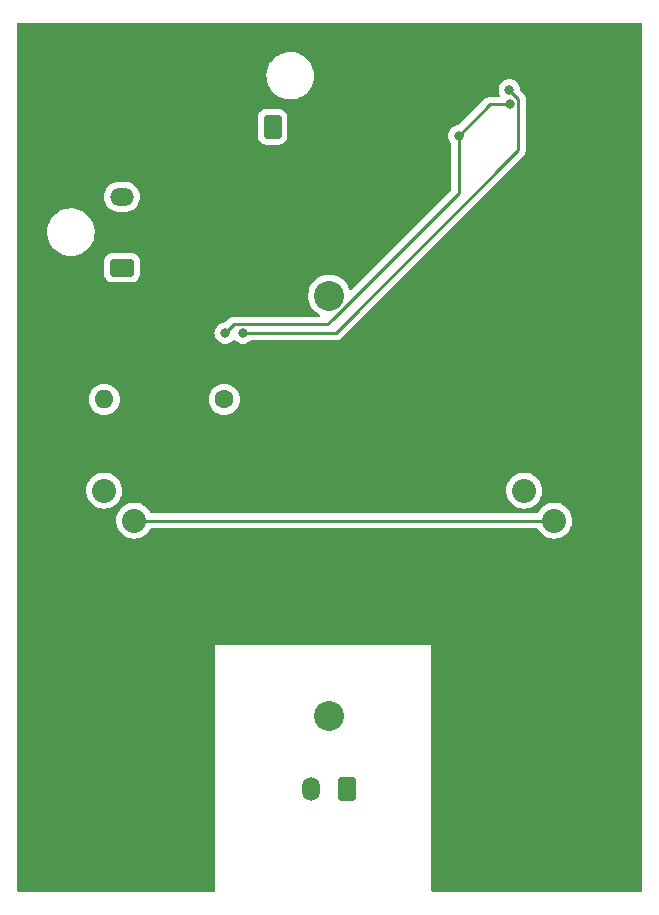
<source format=gbr>
%TF.GenerationSoftware,KiCad,Pcbnew,(6.0.11)*%
%TF.CreationDate,2023-03-01T11:44:21-05:00*%
%TF.ProjectId,DCT_HV_Widget,4443545f-4856-45f5-9769-646765742e6b,rev?*%
%TF.SameCoordinates,Original*%
%TF.FileFunction,Copper,L2,Bot*%
%TF.FilePolarity,Positive*%
%FSLAX46Y46*%
G04 Gerber Fmt 4.6, Leading zero omitted, Abs format (unit mm)*
G04 Created by KiCad (PCBNEW (6.0.11)) date 2023-03-01 11:44:21*
%MOMM*%
%LPD*%
G01*
G04 APERTURE LIST*
G04 Aperture macros list*
%AMRoundRect*
0 Rectangle with rounded corners*
0 $1 Rounding radius*
0 $2 $3 $4 $5 $6 $7 $8 $9 X,Y pos of 4 corners*
0 Add a 4 corners polygon primitive as box body*
4,1,4,$2,$3,$4,$5,$6,$7,$8,$9,$2,$3,0*
0 Add four circle primitives for the rounded corners*
1,1,$1+$1,$2,$3*
1,1,$1+$1,$4,$5*
1,1,$1+$1,$6,$7*
1,1,$1+$1,$8,$9*
0 Add four rect primitives between the rounded corners*
20,1,$1+$1,$2,$3,$4,$5,0*
20,1,$1+$1,$4,$5,$6,$7,0*
20,1,$1+$1,$6,$7,$8,$9,0*
20,1,$1+$1,$8,$9,$2,$3,0*%
G04 Aperture macros list end*
%TA.AperFunction,ComponentPad*%
%ADD10C,6.400000*%
%TD*%
%TA.AperFunction,ComponentPad*%
%ADD11C,1.600000*%
%TD*%
%TA.AperFunction,ComponentPad*%
%ADD12O,1.600000X1.600000*%
%TD*%
%TA.AperFunction,ComponentPad*%
%ADD13RoundRect,0.250001X0.499999X0.759999X-0.499999X0.759999X-0.499999X-0.759999X0.499999X-0.759999X0*%
%TD*%
%TA.AperFunction,ComponentPad*%
%ADD14O,1.500000X2.020000*%
%TD*%
%TA.AperFunction,ComponentPad*%
%ADD15RoundRect,0.250001X0.759999X-0.499999X0.759999X0.499999X-0.759999X0.499999X-0.759999X-0.499999X0*%
%TD*%
%TA.AperFunction,ComponentPad*%
%ADD16O,2.020000X1.500000*%
%TD*%
%TA.AperFunction,ComponentPad*%
%ADD17RoundRect,0.250001X-0.499999X-0.759999X0.499999X-0.759999X0.499999X0.759999X-0.499999X0.759999X0*%
%TD*%
%TA.AperFunction,ComponentPad*%
%ADD18C,2.032000*%
%TD*%
%TA.AperFunction,ComponentPad*%
%ADD19C,2.540000*%
%TD*%
%TA.AperFunction,ViaPad*%
%ADD20C,0.800000*%
%TD*%
%TA.AperFunction,Conductor*%
%ADD21C,0.250000*%
%TD*%
G04 APERTURE END LIST*
D10*
%TO.P,H2,1,1*%
%TO.N,GND*%
X182200000Y-74500000D03*
%TD*%
%TO.P,H1,1,1*%
%TO.N,GND*%
X138525000Y-74600000D03*
%TD*%
%TO.P,H3,1,1*%
%TO.N,GND*%
X138525000Y-138375000D03*
%TD*%
%TO.P,H4,1,1*%
%TO.N,GND*%
X182300000Y-138300000D03*
%TD*%
D11*
%TO.P,R5,1*%
%TO.N,Net-(Q1-Pad1)*%
X151465000Y-101800000D03*
D12*
%TO.P,R5,2*%
%TO.N,Net-(R5-Pad2)*%
X141305000Y-101800000D03*
%TD*%
D13*
%TO.P,J3,1,Pin_1*%
%TO.N,/HV_Input*%
X161825000Y-134780000D03*
D14*
%TO.P,J3,2,Pin_2*%
X158825000Y-134780000D03*
%TD*%
D15*
%TO.P,J2,1,Pin_1*%
%TO.N,/VP6*%
X142800000Y-90650000D03*
D16*
%TO.P,J2,2,Pin_2*%
%TO.N,GND*%
X142800000Y-87650000D03*
%TO.P,J2,3,Pin_3*%
%TO.N,/VM6*%
X142800000Y-84650000D03*
%TD*%
D14*
%TO.P,J1,2,Pin_2*%
%TO.N,GND*%
X158550000Y-78720000D03*
D17*
%TO.P,J1,1,Pin_1*%
%TO.N,/V_Control*%
X155550000Y-78720000D03*
%TD*%
D18*
%TO.P,U2,1*%
%TO.N,Net-(R5-Pad2)*%
X141305000Y-109530000D03*
%TO.P,U2,2*%
%TO.N,Net-(U2-Pad2)*%
X143845000Y-112070000D03*
%TO.P,U2,3*%
%TO.N,/VM6*%
X176865000Y-109530000D03*
%TO.P,U2,4*%
%TO.N,Net-(U2-Pad2)*%
X179405000Y-112070000D03*
D19*
%TO.P,U2,5*%
%TO.N,Net-(D1-Pad1)*%
X160355000Y-93020000D03*
%TO.P,U2,6*%
%TO.N,/HV_Input*%
X160355000Y-128580000D03*
%TD*%
D20*
%TO.N,Net-(C1-Pad2)*%
X175635000Y-76835000D03*
X171300000Y-79500000D03*
X151550000Y-96187500D03*
%TO.N,GND*%
X174400000Y-89400000D03*
X146975000Y-96575000D03*
X146950000Y-78575000D03*
X152300000Y-84100000D03*
X178500000Y-87800000D03*
X171542000Y-76800000D03*
%TO.N,/VP6*%
X153050000Y-96187500D03*
X175600000Y-75600000D03*
%TD*%
D21*
%TO.N,Net-(C1-Pad2)*%
X160652835Y-94977835D02*
X171300000Y-84330671D01*
X160168170Y-95462500D02*
X160652835Y-94977835D01*
X173965000Y-76835000D02*
X175635000Y-76835000D01*
X151550000Y-96187500D02*
X152275000Y-95462500D01*
X152275000Y-95462500D02*
X160168170Y-95462500D01*
X171300000Y-79500000D02*
X173965000Y-76835000D01*
X171300000Y-84330671D02*
X171300000Y-79500000D01*
X160205671Y-95425000D02*
X160652835Y-94977835D01*
%TO.N,/VP6*%
X160887500Y-96187500D02*
X176360000Y-80715000D01*
X153050000Y-96187500D02*
X160887500Y-96187500D01*
X176360000Y-76360000D02*
X175600000Y-75600000D01*
X176360000Y-80715000D02*
X176360000Y-76360000D01*
%TO.N,Net-(U2-Pad2)*%
X143845000Y-112100000D02*
X179405000Y-112100000D01*
%TD*%
%TA.AperFunction,Conductor*%
%TO.N,GND*%
G36*
X186808621Y-69928502D02*
G01*
X186855114Y-69982158D01*
X186866500Y-70034500D01*
X186866500Y-143365500D01*
X186846498Y-143433621D01*
X186792842Y-143480114D01*
X186740500Y-143491500D01*
X169126000Y-143491500D01*
X169057879Y-143471498D01*
X169011386Y-143417842D01*
X169000000Y-143365500D01*
X169000000Y-122600000D01*
X150700000Y-122600000D01*
X150700000Y-143365500D01*
X150679998Y-143433621D01*
X150626342Y-143480114D01*
X150574000Y-143491500D01*
X134059500Y-143491500D01*
X133991379Y-143471498D01*
X133944886Y-143417842D01*
X133933500Y-143365500D01*
X133933500Y-112070000D01*
X142315786Y-112070000D01*
X142334613Y-112309222D01*
X142335767Y-112314029D01*
X142335768Y-112314035D01*
X142371043Y-112460963D01*
X142390631Y-112542553D01*
X142482460Y-112764249D01*
X142607840Y-112968849D01*
X142763682Y-113151318D01*
X142946151Y-113307160D01*
X143150751Y-113432540D01*
X143155321Y-113434433D01*
X143155323Y-113434434D01*
X143367874Y-113522475D01*
X143372447Y-113524369D01*
X143454037Y-113543957D01*
X143600965Y-113579232D01*
X143600971Y-113579233D01*
X143605778Y-113580387D01*
X143845000Y-113599214D01*
X144084222Y-113580387D01*
X144089029Y-113579233D01*
X144089035Y-113579232D01*
X144235963Y-113543957D01*
X144317553Y-113524369D01*
X144322126Y-113522475D01*
X144534677Y-113434434D01*
X144534679Y-113434433D01*
X144539249Y-113432540D01*
X144743849Y-113307160D01*
X144926318Y-113151318D01*
X145082160Y-112968849D01*
X145189514Y-112793665D01*
X145242161Y-112746033D01*
X145296946Y-112733500D01*
X177953054Y-112733500D01*
X178021175Y-112753502D01*
X178060486Y-112793665D01*
X178167840Y-112968849D01*
X178323682Y-113151318D01*
X178506151Y-113307160D01*
X178710751Y-113432540D01*
X178715321Y-113434433D01*
X178715323Y-113434434D01*
X178927874Y-113522475D01*
X178932447Y-113524369D01*
X179014037Y-113543957D01*
X179160965Y-113579232D01*
X179160971Y-113579233D01*
X179165778Y-113580387D01*
X179405000Y-113599214D01*
X179644222Y-113580387D01*
X179649029Y-113579233D01*
X179649035Y-113579232D01*
X179795963Y-113543957D01*
X179877553Y-113524369D01*
X179882126Y-113522475D01*
X180094677Y-113434434D01*
X180094679Y-113434433D01*
X180099249Y-113432540D01*
X180303849Y-113307160D01*
X180486318Y-113151318D01*
X180642160Y-112968849D01*
X180767540Y-112764249D01*
X180859369Y-112542553D01*
X180878957Y-112460963D01*
X180914232Y-112314035D01*
X180914233Y-112314029D01*
X180915387Y-112309222D01*
X180934214Y-112070000D01*
X180915387Y-111830778D01*
X180914233Y-111825971D01*
X180914232Y-111825965D01*
X180860524Y-111602259D01*
X180859369Y-111597447D01*
X180772911Y-111388717D01*
X180769434Y-111380323D01*
X180769433Y-111380321D01*
X180767540Y-111375751D01*
X180642160Y-111171151D01*
X180486318Y-110988682D01*
X180303849Y-110832840D01*
X180099249Y-110707460D01*
X180094679Y-110705567D01*
X180094677Y-110705566D01*
X179882126Y-110617525D01*
X179882124Y-110617524D01*
X179877553Y-110615631D01*
X179795963Y-110596043D01*
X179649035Y-110560768D01*
X179649029Y-110560767D01*
X179644222Y-110559613D01*
X179405000Y-110540786D01*
X179165778Y-110559613D01*
X179160971Y-110560767D01*
X179160965Y-110560768D01*
X179014037Y-110596043D01*
X178932447Y-110615631D01*
X178927876Y-110617524D01*
X178927874Y-110617525D01*
X178715323Y-110705566D01*
X178715321Y-110705567D01*
X178710751Y-110707460D01*
X178506151Y-110832840D01*
X178323682Y-110988682D01*
X178167840Y-111171151D01*
X178042460Y-111375751D01*
X178040567Y-111380321D01*
X178040564Y-111380327D01*
X178037089Y-111388717D01*
X177992541Y-111443999D01*
X177920680Y-111466500D01*
X145329320Y-111466500D01*
X145261199Y-111446498D01*
X145212911Y-111388717D01*
X145209436Y-111380327D01*
X145209433Y-111380321D01*
X145207540Y-111375751D01*
X145082160Y-111171151D01*
X144926318Y-110988682D01*
X144743849Y-110832840D01*
X144539249Y-110707460D01*
X144534679Y-110705567D01*
X144534677Y-110705566D01*
X144322126Y-110617525D01*
X144322124Y-110617524D01*
X144317553Y-110615631D01*
X144235963Y-110596043D01*
X144089035Y-110560768D01*
X144089029Y-110560767D01*
X144084222Y-110559613D01*
X143845000Y-110540786D01*
X143605778Y-110559613D01*
X143600971Y-110560767D01*
X143600965Y-110560768D01*
X143454037Y-110596043D01*
X143372447Y-110615631D01*
X143367876Y-110617524D01*
X143367874Y-110617525D01*
X143155323Y-110705566D01*
X143155321Y-110705567D01*
X143150751Y-110707460D01*
X142946151Y-110832840D01*
X142763682Y-110988682D01*
X142607840Y-111171151D01*
X142482460Y-111375751D01*
X142480567Y-111380321D01*
X142480566Y-111380323D01*
X142477089Y-111388717D01*
X142390631Y-111597447D01*
X142389476Y-111602259D01*
X142335768Y-111825965D01*
X142335767Y-111825971D01*
X142334613Y-111830778D01*
X142315786Y-112070000D01*
X133933500Y-112070000D01*
X133933500Y-109530000D01*
X139775786Y-109530000D01*
X139794613Y-109769222D01*
X139795767Y-109774029D01*
X139795768Y-109774035D01*
X139831043Y-109920963D01*
X139850631Y-110002553D01*
X139942460Y-110224249D01*
X140067840Y-110428849D01*
X140223682Y-110611318D01*
X140406151Y-110767160D01*
X140610751Y-110892540D01*
X140615321Y-110894433D01*
X140615323Y-110894434D01*
X140827874Y-110982475D01*
X140832447Y-110984369D01*
X140866082Y-110992444D01*
X141060965Y-111039232D01*
X141060971Y-111039233D01*
X141065778Y-111040387D01*
X141305000Y-111059214D01*
X141544222Y-111040387D01*
X141549029Y-111039233D01*
X141549035Y-111039232D01*
X141743918Y-110992444D01*
X141777553Y-110984369D01*
X141782126Y-110982475D01*
X141994677Y-110894434D01*
X141994679Y-110894433D01*
X141999249Y-110892540D01*
X142203849Y-110767160D01*
X142386318Y-110611318D01*
X142542160Y-110428849D01*
X142667540Y-110224249D01*
X142759369Y-110002553D01*
X142778957Y-109920963D01*
X142814232Y-109774035D01*
X142814233Y-109774029D01*
X142815387Y-109769222D01*
X142834214Y-109530000D01*
X175335786Y-109530000D01*
X175354613Y-109769222D01*
X175355767Y-109774029D01*
X175355768Y-109774035D01*
X175391043Y-109920963D01*
X175410631Y-110002553D01*
X175502460Y-110224249D01*
X175627840Y-110428849D01*
X175783682Y-110611318D01*
X175966151Y-110767160D01*
X176170751Y-110892540D01*
X176175321Y-110894433D01*
X176175323Y-110894434D01*
X176387874Y-110982475D01*
X176392447Y-110984369D01*
X176426082Y-110992444D01*
X176620965Y-111039232D01*
X176620971Y-111039233D01*
X176625778Y-111040387D01*
X176865000Y-111059214D01*
X177104222Y-111040387D01*
X177109029Y-111039233D01*
X177109035Y-111039232D01*
X177303918Y-110992444D01*
X177337553Y-110984369D01*
X177342126Y-110982475D01*
X177554677Y-110894434D01*
X177554679Y-110894433D01*
X177559249Y-110892540D01*
X177763849Y-110767160D01*
X177946318Y-110611318D01*
X178102160Y-110428849D01*
X178227540Y-110224249D01*
X178319369Y-110002553D01*
X178338957Y-109920963D01*
X178374232Y-109774035D01*
X178374233Y-109774029D01*
X178375387Y-109769222D01*
X178394214Y-109530000D01*
X178375387Y-109290778D01*
X178374233Y-109285971D01*
X178374232Y-109285965D01*
X178320524Y-109062259D01*
X178319369Y-109057447D01*
X178227540Y-108835751D01*
X178102160Y-108631151D01*
X177946318Y-108448682D01*
X177763849Y-108292840D01*
X177559249Y-108167460D01*
X177554679Y-108165567D01*
X177554677Y-108165566D01*
X177342126Y-108077525D01*
X177342124Y-108077524D01*
X177337553Y-108075631D01*
X177255963Y-108056043D01*
X177109035Y-108020768D01*
X177109029Y-108020767D01*
X177104222Y-108019613D01*
X176865000Y-108000786D01*
X176625778Y-108019613D01*
X176620971Y-108020767D01*
X176620965Y-108020768D01*
X176474037Y-108056043D01*
X176392447Y-108075631D01*
X176387876Y-108077524D01*
X176387874Y-108077525D01*
X176175323Y-108165566D01*
X176175321Y-108165567D01*
X176170751Y-108167460D01*
X175966151Y-108292840D01*
X175783682Y-108448682D01*
X175627840Y-108631151D01*
X175502460Y-108835751D01*
X175410631Y-109057447D01*
X175409476Y-109062259D01*
X175355768Y-109285965D01*
X175355767Y-109285971D01*
X175354613Y-109290778D01*
X175335786Y-109530000D01*
X142834214Y-109530000D01*
X142815387Y-109290778D01*
X142814233Y-109285971D01*
X142814232Y-109285965D01*
X142760524Y-109062259D01*
X142759369Y-109057447D01*
X142667540Y-108835751D01*
X142542160Y-108631151D01*
X142386318Y-108448682D01*
X142203849Y-108292840D01*
X141999249Y-108167460D01*
X141994679Y-108165567D01*
X141994677Y-108165566D01*
X141782126Y-108077525D01*
X141782124Y-108077524D01*
X141777553Y-108075631D01*
X141695963Y-108056043D01*
X141549035Y-108020768D01*
X141549029Y-108020767D01*
X141544222Y-108019613D01*
X141305000Y-108000786D01*
X141065778Y-108019613D01*
X141060971Y-108020767D01*
X141060965Y-108020768D01*
X140914037Y-108056043D01*
X140832447Y-108075631D01*
X140827876Y-108077524D01*
X140827874Y-108077525D01*
X140615323Y-108165566D01*
X140615321Y-108165567D01*
X140610751Y-108167460D01*
X140406151Y-108292840D01*
X140223682Y-108448682D01*
X140067840Y-108631151D01*
X139942460Y-108835751D01*
X139850631Y-109057447D01*
X139849476Y-109062259D01*
X139795768Y-109285965D01*
X139795767Y-109285971D01*
X139794613Y-109290778D01*
X139775786Y-109530000D01*
X133933500Y-109530000D01*
X133933500Y-101800000D01*
X139991502Y-101800000D01*
X140011457Y-102028087D01*
X140070716Y-102249243D01*
X140073039Y-102254224D01*
X140073039Y-102254225D01*
X140165151Y-102451762D01*
X140165154Y-102451767D01*
X140167477Y-102456749D01*
X140298802Y-102644300D01*
X140460700Y-102806198D01*
X140465208Y-102809355D01*
X140465211Y-102809357D01*
X140543389Y-102864098D01*
X140648251Y-102937523D01*
X140653233Y-102939846D01*
X140653238Y-102939849D01*
X140850775Y-103031961D01*
X140855757Y-103034284D01*
X140861065Y-103035706D01*
X140861067Y-103035707D01*
X141071598Y-103092119D01*
X141071600Y-103092119D01*
X141076913Y-103093543D01*
X141305000Y-103113498D01*
X141533087Y-103093543D01*
X141538400Y-103092119D01*
X141538402Y-103092119D01*
X141748933Y-103035707D01*
X141748935Y-103035706D01*
X141754243Y-103034284D01*
X141759225Y-103031961D01*
X141956762Y-102939849D01*
X141956767Y-102939846D01*
X141961749Y-102937523D01*
X142066611Y-102864098D01*
X142144789Y-102809357D01*
X142144792Y-102809355D01*
X142149300Y-102806198D01*
X142311198Y-102644300D01*
X142442523Y-102456749D01*
X142444846Y-102451767D01*
X142444849Y-102451762D01*
X142536961Y-102254225D01*
X142536961Y-102254224D01*
X142539284Y-102249243D01*
X142598543Y-102028087D01*
X142618498Y-101800000D01*
X150151502Y-101800000D01*
X150171457Y-102028087D01*
X150230716Y-102249243D01*
X150233039Y-102254224D01*
X150233039Y-102254225D01*
X150325151Y-102451762D01*
X150325154Y-102451767D01*
X150327477Y-102456749D01*
X150458802Y-102644300D01*
X150620700Y-102806198D01*
X150625208Y-102809355D01*
X150625211Y-102809357D01*
X150703389Y-102864098D01*
X150808251Y-102937523D01*
X150813233Y-102939846D01*
X150813238Y-102939849D01*
X151010775Y-103031961D01*
X151015757Y-103034284D01*
X151021065Y-103035706D01*
X151021067Y-103035707D01*
X151231598Y-103092119D01*
X151231600Y-103092119D01*
X151236913Y-103093543D01*
X151465000Y-103113498D01*
X151693087Y-103093543D01*
X151698400Y-103092119D01*
X151698402Y-103092119D01*
X151908933Y-103035707D01*
X151908935Y-103035706D01*
X151914243Y-103034284D01*
X151919225Y-103031961D01*
X152116762Y-102939849D01*
X152116767Y-102939846D01*
X152121749Y-102937523D01*
X152226611Y-102864098D01*
X152304789Y-102809357D01*
X152304792Y-102809355D01*
X152309300Y-102806198D01*
X152471198Y-102644300D01*
X152602523Y-102456749D01*
X152604846Y-102451767D01*
X152604849Y-102451762D01*
X152696961Y-102254225D01*
X152696961Y-102254224D01*
X152699284Y-102249243D01*
X152758543Y-102028087D01*
X152778498Y-101800000D01*
X152758543Y-101571913D01*
X152699284Y-101350757D01*
X152696961Y-101345775D01*
X152604849Y-101148238D01*
X152604846Y-101148233D01*
X152602523Y-101143251D01*
X152471198Y-100955700D01*
X152309300Y-100793802D01*
X152304792Y-100790645D01*
X152304789Y-100790643D01*
X152226611Y-100735902D01*
X152121749Y-100662477D01*
X152116767Y-100660154D01*
X152116762Y-100660151D01*
X151919225Y-100568039D01*
X151919224Y-100568039D01*
X151914243Y-100565716D01*
X151908935Y-100564294D01*
X151908933Y-100564293D01*
X151698402Y-100507881D01*
X151698400Y-100507881D01*
X151693087Y-100506457D01*
X151465000Y-100486502D01*
X151236913Y-100506457D01*
X151231600Y-100507881D01*
X151231598Y-100507881D01*
X151021067Y-100564293D01*
X151021065Y-100564294D01*
X151015757Y-100565716D01*
X151010776Y-100568039D01*
X151010775Y-100568039D01*
X150813238Y-100660151D01*
X150813233Y-100660154D01*
X150808251Y-100662477D01*
X150703389Y-100735902D01*
X150625211Y-100790643D01*
X150625208Y-100790645D01*
X150620700Y-100793802D01*
X150458802Y-100955700D01*
X150327477Y-101143251D01*
X150325154Y-101148233D01*
X150325151Y-101148238D01*
X150233039Y-101345775D01*
X150230716Y-101350757D01*
X150171457Y-101571913D01*
X150151502Y-101800000D01*
X142618498Y-101800000D01*
X142598543Y-101571913D01*
X142539284Y-101350757D01*
X142536961Y-101345775D01*
X142444849Y-101148238D01*
X142444846Y-101148233D01*
X142442523Y-101143251D01*
X142311198Y-100955700D01*
X142149300Y-100793802D01*
X142144792Y-100790645D01*
X142144789Y-100790643D01*
X142066611Y-100735902D01*
X141961749Y-100662477D01*
X141956767Y-100660154D01*
X141956762Y-100660151D01*
X141759225Y-100568039D01*
X141759224Y-100568039D01*
X141754243Y-100565716D01*
X141748935Y-100564294D01*
X141748933Y-100564293D01*
X141538402Y-100507881D01*
X141538400Y-100507881D01*
X141533087Y-100506457D01*
X141305000Y-100486502D01*
X141076913Y-100506457D01*
X141071600Y-100507881D01*
X141071598Y-100507881D01*
X140861067Y-100564293D01*
X140861065Y-100564294D01*
X140855757Y-100565716D01*
X140850776Y-100568039D01*
X140850775Y-100568039D01*
X140653238Y-100660151D01*
X140653233Y-100660154D01*
X140648251Y-100662477D01*
X140543389Y-100735902D01*
X140465211Y-100790643D01*
X140465208Y-100790645D01*
X140460700Y-100793802D01*
X140298802Y-100955700D01*
X140167477Y-101143251D01*
X140165154Y-101148233D01*
X140165151Y-101148238D01*
X140073039Y-101345775D01*
X140070716Y-101350757D01*
X140011457Y-101571913D01*
X139991502Y-101800000D01*
X133933500Y-101800000D01*
X133933500Y-96187500D01*
X150636496Y-96187500D01*
X150656458Y-96377428D01*
X150715473Y-96559056D01*
X150810960Y-96724444D01*
X150815378Y-96729351D01*
X150815379Y-96729352D01*
X150897452Y-96820503D01*
X150938747Y-96866366D01*
X151093248Y-96978618D01*
X151099276Y-96981302D01*
X151099278Y-96981303D01*
X151261681Y-97053609D01*
X151267712Y-97056294D01*
X151361112Y-97076147D01*
X151448056Y-97094628D01*
X151448061Y-97094628D01*
X151454513Y-97096000D01*
X151645487Y-97096000D01*
X151651939Y-97094628D01*
X151651944Y-97094628D01*
X151738888Y-97076147D01*
X151832288Y-97056294D01*
X151838319Y-97053609D01*
X152000722Y-96981303D01*
X152000724Y-96981302D01*
X152006752Y-96978618D01*
X152161253Y-96866366D01*
X152206364Y-96816265D01*
X152266810Y-96779025D01*
X152337793Y-96780377D01*
X152393636Y-96816265D01*
X152438747Y-96866366D01*
X152593248Y-96978618D01*
X152599276Y-96981302D01*
X152599278Y-96981303D01*
X152761681Y-97053609D01*
X152767712Y-97056294D01*
X152861112Y-97076147D01*
X152948056Y-97094628D01*
X152948061Y-97094628D01*
X152954513Y-97096000D01*
X153145487Y-97096000D01*
X153151939Y-97094628D01*
X153151944Y-97094628D01*
X153238888Y-97076147D01*
X153332288Y-97056294D01*
X153338319Y-97053609D01*
X153500722Y-96981303D01*
X153500724Y-96981302D01*
X153506752Y-96978618D01*
X153661253Y-96866366D01*
X153665668Y-96861463D01*
X153670580Y-96857040D01*
X153671705Y-96858289D01*
X153725014Y-96825449D01*
X153758200Y-96821000D01*
X160808733Y-96821000D01*
X160819916Y-96821527D01*
X160827409Y-96823202D01*
X160835335Y-96822953D01*
X160835336Y-96822953D01*
X160895486Y-96821062D01*
X160899445Y-96821000D01*
X160927356Y-96821000D01*
X160931291Y-96820503D01*
X160931356Y-96820495D01*
X160943193Y-96819562D01*
X160975451Y-96818548D01*
X160979470Y-96818422D01*
X160987389Y-96818173D01*
X161006843Y-96812521D01*
X161026200Y-96808513D01*
X161038430Y-96806968D01*
X161038431Y-96806968D01*
X161046297Y-96805974D01*
X161053668Y-96803055D01*
X161053670Y-96803055D01*
X161087412Y-96789696D01*
X161098642Y-96785851D01*
X161133483Y-96775729D01*
X161133484Y-96775729D01*
X161141093Y-96773518D01*
X161147912Y-96769485D01*
X161147917Y-96769483D01*
X161158528Y-96763207D01*
X161176276Y-96754512D01*
X161195117Y-96747052D01*
X161230887Y-96721064D01*
X161240807Y-96714548D01*
X161272035Y-96696080D01*
X161272038Y-96696078D01*
X161278862Y-96692042D01*
X161293183Y-96677721D01*
X161308217Y-96664880D01*
X161318194Y-96657631D01*
X161324607Y-96652972D01*
X161352798Y-96618895D01*
X161360788Y-96610116D01*
X176752247Y-81218657D01*
X176760537Y-81211113D01*
X176767018Y-81207000D01*
X176813659Y-81157332D01*
X176816413Y-81154491D01*
X176836134Y-81134770D01*
X176838612Y-81131575D01*
X176846318Y-81122553D01*
X176871158Y-81096101D01*
X176876586Y-81090321D01*
X176886346Y-81072568D01*
X176897199Y-81056045D01*
X176904753Y-81046306D01*
X176909613Y-81040041D01*
X176927176Y-80999457D01*
X176932383Y-80988827D01*
X176953695Y-80950060D01*
X176955666Y-80942383D01*
X176955668Y-80942378D01*
X176958732Y-80930442D01*
X176965138Y-80911730D01*
X176970034Y-80900417D01*
X176973181Y-80893145D01*
X176980097Y-80849481D01*
X176982504Y-80837860D01*
X176991528Y-80802711D01*
X176991528Y-80802710D01*
X176993500Y-80795030D01*
X176993500Y-80774769D01*
X176995051Y-80755058D01*
X176996979Y-80742885D01*
X176998219Y-80735057D01*
X176994059Y-80691046D01*
X176993500Y-80679189D01*
X176993500Y-76438767D01*
X176994027Y-76427584D01*
X176995702Y-76420091D01*
X176995328Y-76408173D01*
X176993562Y-76352014D01*
X176993500Y-76348055D01*
X176993500Y-76320144D01*
X176992995Y-76316144D01*
X176992062Y-76304301D01*
X176990922Y-76268029D01*
X176990673Y-76260110D01*
X176985022Y-76240658D01*
X176981014Y-76221306D01*
X176979467Y-76209063D01*
X176978474Y-76201203D01*
X176968260Y-76175404D01*
X176962200Y-76160097D01*
X176958355Y-76148870D01*
X176954890Y-76136944D01*
X176946018Y-76106407D01*
X176941984Y-76099585D01*
X176941981Y-76099579D01*
X176935706Y-76088968D01*
X176927010Y-76071218D01*
X176922472Y-76059756D01*
X176922469Y-76059751D01*
X176919552Y-76052383D01*
X176893573Y-76016625D01*
X176887057Y-76006707D01*
X176868575Y-75975457D01*
X176864542Y-75968637D01*
X176850218Y-75954313D01*
X176837376Y-75939278D01*
X176825472Y-75922893D01*
X176791406Y-75894711D01*
X176782627Y-75886722D01*
X176547122Y-75651217D01*
X176513096Y-75588905D01*
X176510907Y-75575292D01*
X176494232Y-75416635D01*
X176494232Y-75416633D01*
X176493542Y-75410072D01*
X176434527Y-75228444D01*
X176339040Y-75063056D01*
X176211253Y-74921134D01*
X176056752Y-74808882D01*
X176050724Y-74806198D01*
X176050722Y-74806197D01*
X175888319Y-74733891D01*
X175888318Y-74733891D01*
X175882288Y-74731206D01*
X175788887Y-74711353D01*
X175701944Y-74692872D01*
X175701939Y-74692872D01*
X175695487Y-74691500D01*
X175504513Y-74691500D01*
X175498061Y-74692872D01*
X175498056Y-74692872D01*
X175411113Y-74711353D01*
X175317712Y-74731206D01*
X175311682Y-74733891D01*
X175311681Y-74733891D01*
X175149278Y-74806197D01*
X175149276Y-74806198D01*
X175143248Y-74808882D01*
X174988747Y-74921134D01*
X174860960Y-75063056D01*
X174765473Y-75228444D01*
X174706458Y-75410072D01*
X174705768Y-75416633D01*
X174705768Y-75416635D01*
X174694286Y-75525882D01*
X174686496Y-75600000D01*
X174687186Y-75606565D01*
X174702292Y-75750287D01*
X174706458Y-75789928D01*
X174765473Y-75971556D01*
X174768776Y-75977278D01*
X174768777Y-75977279D01*
X174789112Y-76012500D01*
X174805850Y-76081495D01*
X174782630Y-76148587D01*
X174726822Y-76192474D01*
X174679993Y-76201500D01*
X174043767Y-76201500D01*
X174032584Y-76200973D01*
X174025091Y-76199298D01*
X174017165Y-76199547D01*
X174017164Y-76199547D01*
X173957014Y-76201438D01*
X173953055Y-76201500D01*
X173925144Y-76201500D01*
X173921210Y-76201997D01*
X173921209Y-76201997D01*
X173921144Y-76202005D01*
X173909307Y-76202938D01*
X173877490Y-76203938D01*
X173873029Y-76204078D01*
X173865110Y-76204327D01*
X173848808Y-76209063D01*
X173845658Y-76209978D01*
X173826306Y-76213986D01*
X173819235Y-76214880D01*
X173806203Y-76216526D01*
X173798834Y-76219443D01*
X173798832Y-76219444D01*
X173765097Y-76232800D01*
X173753869Y-76236645D01*
X173711407Y-76248982D01*
X173704584Y-76253017D01*
X173704582Y-76253018D01*
X173693972Y-76259293D01*
X173676224Y-76267988D01*
X173657383Y-76275448D01*
X173650967Y-76280110D01*
X173650966Y-76280110D01*
X173621613Y-76301436D01*
X173611693Y-76307952D01*
X173580465Y-76326420D01*
X173580462Y-76326422D01*
X173573638Y-76330458D01*
X173559317Y-76344779D01*
X173544284Y-76357619D01*
X173527893Y-76369528D01*
X173522842Y-76375634D01*
X173499702Y-76403605D01*
X173491712Y-76412384D01*
X171349500Y-78554595D01*
X171287188Y-78588621D01*
X171260405Y-78591500D01*
X171204513Y-78591500D01*
X171198061Y-78592872D01*
X171198056Y-78592872D01*
X171111113Y-78611353D01*
X171017712Y-78631206D01*
X171011682Y-78633891D01*
X171011681Y-78633891D01*
X170849278Y-78706197D01*
X170849276Y-78706198D01*
X170843248Y-78708882D01*
X170688747Y-78821134D01*
X170560960Y-78963056D01*
X170465473Y-79128444D01*
X170406458Y-79310072D01*
X170386496Y-79500000D01*
X170387186Y-79506565D01*
X170401495Y-79642703D01*
X170406458Y-79689928D01*
X170465473Y-79871556D01*
X170560960Y-80036944D01*
X170634137Y-80118215D01*
X170664853Y-80182221D01*
X170666500Y-80202524D01*
X170666500Y-84016076D01*
X170646498Y-84084197D01*
X170629595Y-84105171D01*
X162246279Y-92488486D01*
X162183967Y-92522512D01*
X162113152Y-92517447D01*
X162056316Y-92474900D01*
X162039753Y-92445062D01*
X161964749Y-92252189D01*
X161938535Y-92206323D01*
X161835897Y-92026745D01*
X161833578Y-92022687D01*
X161669925Y-91815094D01*
X161477385Y-91633970D01*
X161470972Y-91629521D01*
X161264026Y-91485958D01*
X161264021Y-91485955D01*
X161260188Y-91483296D01*
X161255997Y-91481229D01*
X161027294Y-91368445D01*
X161027291Y-91368444D01*
X161023106Y-91366380D01*
X160966150Y-91348148D01*
X160775792Y-91287214D01*
X160775794Y-91287214D01*
X160771347Y-91285791D01*
X160628825Y-91262580D01*
X160515053Y-91244051D01*
X160515052Y-91244051D01*
X160510441Y-91243300D01*
X160378281Y-91241570D01*
X160250798Y-91239901D01*
X160250795Y-91239901D01*
X160246121Y-91239840D01*
X159984192Y-91275486D01*
X159979702Y-91276795D01*
X159979696Y-91276796D01*
X159871732Y-91308265D01*
X159730410Y-91349457D01*
X159726163Y-91351415D01*
X159726160Y-91351416D01*
X159635950Y-91393004D01*
X159490348Y-91460127D01*
X159486439Y-91462690D01*
X159273195Y-91602499D01*
X159273190Y-91602503D01*
X159269282Y-91605065D01*
X159239884Y-91631304D01*
X159107675Y-91749305D01*
X159072067Y-91781086D01*
X158903036Y-91984324D01*
X158765901Y-92210314D01*
X158764095Y-92214622D01*
X158764094Y-92214623D01*
X158667465Y-92445058D01*
X158663677Y-92454091D01*
X158662526Y-92458623D01*
X158662525Y-92458626D01*
X158646300Y-92522512D01*
X158598608Y-92710301D01*
X158572124Y-92973314D01*
X158584807Y-93237352D01*
X158636378Y-93496616D01*
X158637957Y-93501014D01*
X158637959Y-93501021D01*
X158724121Y-93741001D01*
X158725704Y-93745410D01*
X158850822Y-93978267D01*
X159008985Y-94190073D01*
X159012292Y-94193351D01*
X159012297Y-94193357D01*
X159193402Y-94372887D01*
X159196718Y-94376174D01*
X159409896Y-94532483D01*
X159414031Y-94534659D01*
X159414035Y-94534661D01*
X159522053Y-94591492D01*
X159573025Y-94640911D01*
X159589188Y-94710044D01*
X159565409Y-94776940D01*
X159509238Y-94820360D01*
X159463385Y-94829000D01*
X152353767Y-94829000D01*
X152342584Y-94828473D01*
X152335091Y-94826798D01*
X152327165Y-94827047D01*
X152327164Y-94827047D01*
X152267001Y-94828938D01*
X152263043Y-94829000D01*
X152235144Y-94829000D01*
X152231154Y-94829504D01*
X152219320Y-94830436D01*
X152175111Y-94831826D01*
X152167497Y-94834038D01*
X152167492Y-94834039D01*
X152155659Y-94837477D01*
X152136296Y-94841488D01*
X152116203Y-94844026D01*
X152108836Y-94846943D01*
X152108831Y-94846944D01*
X152075092Y-94860302D01*
X152063865Y-94864146D01*
X152021407Y-94876482D01*
X152014581Y-94880519D01*
X152003972Y-94886793D01*
X151986224Y-94895488D01*
X151967383Y-94902948D01*
X151960967Y-94907610D01*
X151960966Y-94907610D01*
X151931613Y-94928936D01*
X151921693Y-94935452D01*
X151890465Y-94953920D01*
X151890462Y-94953922D01*
X151883638Y-94957958D01*
X151869317Y-94972279D01*
X151854284Y-94985119D01*
X151837893Y-94997028D01*
X151832840Y-95003136D01*
X151809708Y-95031098D01*
X151801718Y-95039878D01*
X151599501Y-95242095D01*
X151537189Y-95276121D01*
X151510406Y-95279000D01*
X151454513Y-95279000D01*
X151448061Y-95280372D01*
X151448056Y-95280372D01*
X151361113Y-95298853D01*
X151267712Y-95318706D01*
X151261682Y-95321391D01*
X151261681Y-95321391D01*
X151099278Y-95393697D01*
X151099276Y-95393698D01*
X151093248Y-95396382D01*
X150938747Y-95508634D01*
X150810960Y-95650556D01*
X150715473Y-95815944D01*
X150656458Y-95997572D01*
X150636496Y-96187500D01*
X133933500Y-96187500D01*
X133933500Y-91200400D01*
X141281500Y-91200400D01*
X141281837Y-91203646D01*
X141281837Y-91203650D01*
X141290508Y-91287214D01*
X141292474Y-91306165D01*
X141294655Y-91312701D01*
X141294655Y-91312703D01*
X141312563Y-91366380D01*
X141348450Y-91473945D01*
X141441522Y-91624348D01*
X141566697Y-91749305D01*
X141572927Y-91753145D01*
X141572928Y-91753146D01*
X141710090Y-91837694D01*
X141717262Y-91842115D01*
X141797005Y-91868564D01*
X141878611Y-91895632D01*
X141878613Y-91895632D01*
X141885139Y-91897797D01*
X141891975Y-91898497D01*
X141891978Y-91898498D01*
X141935031Y-91902909D01*
X141989600Y-91908500D01*
X143610400Y-91908500D01*
X143613646Y-91908163D01*
X143613650Y-91908163D01*
X143709307Y-91898238D01*
X143709311Y-91898237D01*
X143716165Y-91897526D01*
X143722701Y-91895345D01*
X143722703Y-91895345D01*
X143854805Y-91851272D01*
X143883945Y-91841550D01*
X144034348Y-91748478D01*
X144159305Y-91623303D01*
X144252115Y-91472738D01*
X144287864Y-91364957D01*
X144305632Y-91311389D01*
X144305632Y-91311387D01*
X144307797Y-91304861D01*
X144310872Y-91274855D01*
X144312909Y-91254969D01*
X144318500Y-91200400D01*
X144318500Y-90099600D01*
X144307526Y-89993835D01*
X144251550Y-89826055D01*
X144158478Y-89675652D01*
X144033303Y-89550695D01*
X144016269Y-89540195D01*
X143888968Y-89461725D01*
X143888966Y-89461724D01*
X143882738Y-89457885D01*
X143722254Y-89404655D01*
X143721389Y-89404368D01*
X143721387Y-89404368D01*
X143714861Y-89402203D01*
X143708025Y-89401503D01*
X143708022Y-89401502D01*
X143664969Y-89397091D01*
X143610400Y-89391500D01*
X141989600Y-89391500D01*
X141986354Y-89391837D01*
X141986350Y-89391837D01*
X141890693Y-89401762D01*
X141890689Y-89401763D01*
X141883835Y-89402474D01*
X141877299Y-89404655D01*
X141877297Y-89404655D01*
X141802780Y-89429516D01*
X141716055Y-89458450D01*
X141565652Y-89551522D01*
X141440695Y-89676697D01*
X141347885Y-89827262D01*
X141292203Y-89995139D01*
X141281500Y-90099600D01*
X141281500Y-91200400D01*
X133933500Y-91200400D01*
X133933500Y-87579733D01*
X136467822Y-87579733D01*
X136477625Y-87860458D01*
X136478387Y-87864781D01*
X136478388Y-87864788D01*
X136502164Y-87999624D01*
X136526402Y-88137087D01*
X136613203Y-88404235D01*
X136736340Y-88656702D01*
X136738795Y-88660341D01*
X136738798Y-88660347D01*
X136811890Y-88768710D01*
X136893415Y-88889576D01*
X137081371Y-89098322D01*
X137296550Y-89278879D01*
X137534764Y-89427731D01*
X137791375Y-89541982D01*
X138061390Y-89619407D01*
X138065740Y-89620018D01*
X138065743Y-89620019D01*
X138168690Y-89634487D01*
X138339552Y-89658500D01*
X138550146Y-89658500D01*
X138552332Y-89658347D01*
X138552336Y-89658347D01*
X138755827Y-89644118D01*
X138755832Y-89644117D01*
X138760212Y-89643811D01*
X139034970Y-89585409D01*
X139039099Y-89583906D01*
X139039103Y-89583905D01*
X139294781Y-89490846D01*
X139294785Y-89490844D01*
X139298926Y-89489337D01*
X139546942Y-89357464D01*
X139651896Y-89281211D01*
X139770629Y-89194947D01*
X139770632Y-89194944D01*
X139774192Y-89192358D01*
X139976252Y-88997231D01*
X140149188Y-88775882D01*
X140151384Y-88772078D01*
X140151389Y-88772071D01*
X140287435Y-88536431D01*
X140289636Y-88532619D01*
X140394862Y-88272176D01*
X140428544Y-88137087D01*
X140461753Y-88003893D01*
X140461754Y-88003888D01*
X140462817Y-87999624D01*
X140492178Y-87720267D01*
X140482375Y-87439542D01*
X140458608Y-87304749D01*
X140434360Y-87167236D01*
X140433598Y-87162913D01*
X140346797Y-86895765D01*
X140223660Y-86643298D01*
X140221205Y-86639659D01*
X140221202Y-86639653D01*
X140140935Y-86520653D01*
X140066585Y-86410424D01*
X139878629Y-86201678D01*
X139663450Y-86021121D01*
X139425236Y-85872269D01*
X139168625Y-85758018D01*
X138898610Y-85680593D01*
X138894260Y-85679982D01*
X138894257Y-85679981D01*
X138791310Y-85665513D01*
X138620448Y-85641500D01*
X138409854Y-85641500D01*
X138407668Y-85641653D01*
X138407664Y-85641653D01*
X138204173Y-85655882D01*
X138204168Y-85655883D01*
X138199788Y-85656189D01*
X137925030Y-85714591D01*
X137920901Y-85716094D01*
X137920897Y-85716095D01*
X137665219Y-85809154D01*
X137665215Y-85809156D01*
X137661074Y-85810663D01*
X137413058Y-85942536D01*
X137409499Y-85945122D01*
X137409497Y-85945123D01*
X137304895Y-86021121D01*
X137185808Y-86107642D01*
X136983748Y-86302769D01*
X136810812Y-86524118D01*
X136808616Y-86527922D01*
X136808611Y-86527929D01*
X136694794Y-86725068D01*
X136670364Y-86767381D01*
X136565138Y-87027824D01*
X136564073Y-87032097D01*
X136564072Y-87032099D01*
X136530379Y-87167236D01*
X136497183Y-87300376D01*
X136467822Y-87579733D01*
X133933500Y-87579733D01*
X133933500Y-84689690D01*
X141277037Y-84689690D01*
X141304025Y-84912715D01*
X141370082Y-85127435D01*
X141372652Y-85132415D01*
X141372654Y-85132419D01*
X141437852Y-85258738D01*
X141473118Y-85327064D01*
X141609877Y-85505292D01*
X141776036Y-85656485D01*
X141780783Y-85659463D01*
X141780786Y-85659465D01*
X141961595Y-85772885D01*
X141966344Y-85775864D01*
X142174783Y-85859656D01*
X142394767Y-85905213D01*
X142399378Y-85905479D01*
X142399379Y-85905479D01*
X142449952Y-85908395D01*
X142449956Y-85908395D01*
X142451775Y-85908500D01*
X143116999Y-85908500D01*
X143119786Y-85908251D01*
X143119792Y-85908251D01*
X143189929Y-85901991D01*
X143283762Y-85893617D01*
X143289176Y-85892136D01*
X143289181Y-85892135D01*
X143416912Y-85857191D01*
X143500451Y-85834337D01*
X143505509Y-85831925D01*
X143505513Y-85831923D01*
X143623042Y-85775864D01*
X143703218Y-85737622D01*
X143885654Y-85606529D01*
X144041992Y-85445201D01*
X144167290Y-85258738D01*
X144257588Y-85053033D01*
X144310032Y-84834589D01*
X144322963Y-84610310D01*
X144295975Y-84387285D01*
X144229918Y-84172565D01*
X144195134Y-84105171D01*
X144129454Y-83977919D01*
X144129454Y-83977918D01*
X144126882Y-83972936D01*
X143990123Y-83794708D01*
X143823964Y-83643515D01*
X143819217Y-83640537D01*
X143819214Y-83640535D01*
X143638405Y-83527115D01*
X143633656Y-83524136D01*
X143425217Y-83440344D01*
X143205233Y-83394787D01*
X143200622Y-83394521D01*
X143200621Y-83394521D01*
X143150048Y-83391605D01*
X143150044Y-83391605D01*
X143148225Y-83391500D01*
X142483001Y-83391500D01*
X142480214Y-83391749D01*
X142480208Y-83391749D01*
X142410071Y-83398009D01*
X142316238Y-83406383D01*
X142310824Y-83407864D01*
X142310819Y-83407865D01*
X142196262Y-83439205D01*
X142099549Y-83465663D01*
X142094491Y-83468075D01*
X142094487Y-83468077D01*
X141998166Y-83514020D01*
X141896782Y-83562378D01*
X141714346Y-83693471D01*
X141558008Y-83854799D01*
X141432710Y-84041262D01*
X141342412Y-84246967D01*
X141289968Y-84465411D01*
X141277037Y-84689690D01*
X133933500Y-84689690D01*
X133933500Y-79530400D01*
X154291500Y-79530400D01*
X154302474Y-79636165D01*
X154358450Y-79803945D01*
X154451522Y-79954348D01*
X154576697Y-80079305D01*
X154582927Y-80083145D01*
X154582928Y-80083146D01*
X154720090Y-80167694D01*
X154727262Y-80172115D01*
X154757731Y-80182221D01*
X154888611Y-80225632D01*
X154888613Y-80225632D01*
X154895139Y-80227797D01*
X154901975Y-80228497D01*
X154901978Y-80228498D01*
X154945031Y-80232909D01*
X154999600Y-80238500D01*
X156100400Y-80238500D01*
X156103646Y-80238163D01*
X156103650Y-80238163D01*
X156199307Y-80228238D01*
X156199311Y-80228237D01*
X156206165Y-80227526D01*
X156212701Y-80225345D01*
X156212703Y-80225345D01*
X156344805Y-80181272D01*
X156373945Y-80171550D01*
X156524348Y-80078478D01*
X156649305Y-79953303D01*
X156742115Y-79802738D01*
X156797797Y-79634861D01*
X156808500Y-79530400D01*
X156808500Y-77909600D01*
X156808163Y-77906350D01*
X156798238Y-77810693D01*
X156798237Y-77810689D01*
X156797526Y-77803835D01*
X156741550Y-77636055D01*
X156648478Y-77485652D01*
X156523303Y-77360695D01*
X156517072Y-77356854D01*
X156378968Y-77271725D01*
X156378966Y-77271724D01*
X156372738Y-77267885D01*
X156212254Y-77214655D01*
X156211389Y-77214368D01*
X156211387Y-77214368D01*
X156204861Y-77212203D01*
X156198025Y-77211503D01*
X156198022Y-77211502D01*
X156154969Y-77207091D01*
X156100400Y-77201500D01*
X154999600Y-77201500D01*
X154996354Y-77201837D01*
X154996350Y-77201837D01*
X154900693Y-77211762D01*
X154900689Y-77211763D01*
X154893835Y-77212474D01*
X154887299Y-77214655D01*
X154887297Y-77214655D01*
X154755195Y-77258728D01*
X154726055Y-77268450D01*
X154575652Y-77361522D01*
X154450695Y-77486697D01*
X154446855Y-77492927D01*
X154446854Y-77492928D01*
X154367147Y-77622237D01*
X154357885Y-77637262D01*
X154302203Y-77805139D01*
X154301503Y-77811975D01*
X154301502Y-77811978D01*
X154297091Y-77855031D01*
X154291500Y-77909600D01*
X154291500Y-79530400D01*
X133933500Y-79530400D01*
X133933500Y-74329733D01*
X155037822Y-74329733D01*
X155047625Y-74610458D01*
X155048387Y-74614781D01*
X155048388Y-74614788D01*
X155072164Y-74749624D01*
X155096402Y-74887087D01*
X155183203Y-75154235D01*
X155306340Y-75406702D01*
X155308795Y-75410341D01*
X155308798Y-75410347D01*
X155381890Y-75518710D01*
X155463415Y-75639576D01*
X155651371Y-75848322D01*
X155866550Y-76028879D01*
X156104764Y-76177731D01*
X156228451Y-76232800D01*
X156317688Y-76272531D01*
X156361375Y-76291982D01*
X156481475Y-76326420D01*
X156590284Y-76357620D01*
X156631390Y-76369407D01*
X156635740Y-76370018D01*
X156635743Y-76370019D01*
X156738690Y-76384487D01*
X156909552Y-76408500D01*
X157120146Y-76408500D01*
X157122332Y-76408347D01*
X157122336Y-76408347D01*
X157325827Y-76394118D01*
X157325832Y-76394117D01*
X157330212Y-76393811D01*
X157604970Y-76335409D01*
X157609099Y-76333906D01*
X157609103Y-76333905D01*
X157864781Y-76240846D01*
X157864785Y-76240844D01*
X157868926Y-76239337D01*
X158116942Y-76107464D01*
X158142400Y-76088968D01*
X158340629Y-75944947D01*
X158340632Y-75944944D01*
X158344192Y-75942358D01*
X158347382Y-75939278D01*
X158543087Y-75750287D01*
X158546252Y-75747231D01*
X158719188Y-75525882D01*
X158721384Y-75522078D01*
X158721389Y-75522071D01*
X158857435Y-75286431D01*
X158859636Y-75282619D01*
X158964862Y-75022176D01*
X158998544Y-74887087D01*
X159031753Y-74753893D01*
X159031754Y-74753888D01*
X159032817Y-74749624D01*
X159062178Y-74470267D01*
X159052375Y-74189542D01*
X159028608Y-74054749D01*
X159004360Y-73917236D01*
X159003598Y-73912913D01*
X158916797Y-73645765D01*
X158793660Y-73393298D01*
X158791205Y-73389659D01*
X158791202Y-73389653D01*
X158710935Y-73270653D01*
X158636585Y-73160424D01*
X158448629Y-72951678D01*
X158233450Y-72771121D01*
X157995236Y-72622269D01*
X157738625Y-72508018D01*
X157468610Y-72430593D01*
X157464260Y-72429982D01*
X157464257Y-72429981D01*
X157361310Y-72415513D01*
X157190448Y-72391500D01*
X156979854Y-72391500D01*
X156977668Y-72391653D01*
X156977664Y-72391653D01*
X156774173Y-72405882D01*
X156774168Y-72405883D01*
X156769788Y-72406189D01*
X156495030Y-72464591D01*
X156490901Y-72466094D01*
X156490897Y-72466095D01*
X156235219Y-72559154D01*
X156235215Y-72559156D01*
X156231074Y-72560663D01*
X155983058Y-72692536D01*
X155979499Y-72695122D01*
X155979497Y-72695123D01*
X155874895Y-72771121D01*
X155755808Y-72857642D01*
X155553748Y-73052769D01*
X155380812Y-73274118D01*
X155378616Y-73277922D01*
X155378611Y-73277929D01*
X155264794Y-73475067D01*
X155240364Y-73517381D01*
X155135138Y-73777824D01*
X155134073Y-73782097D01*
X155134072Y-73782099D01*
X155100379Y-73917236D01*
X155067183Y-74050376D01*
X155037822Y-74329733D01*
X133933500Y-74329733D01*
X133933500Y-70034500D01*
X133953502Y-69966379D01*
X134007158Y-69919886D01*
X134059500Y-69908500D01*
X186740500Y-69908500D01*
X186808621Y-69928502D01*
G37*
%TD.AperFunction*%
%TD*%
M02*

</source>
